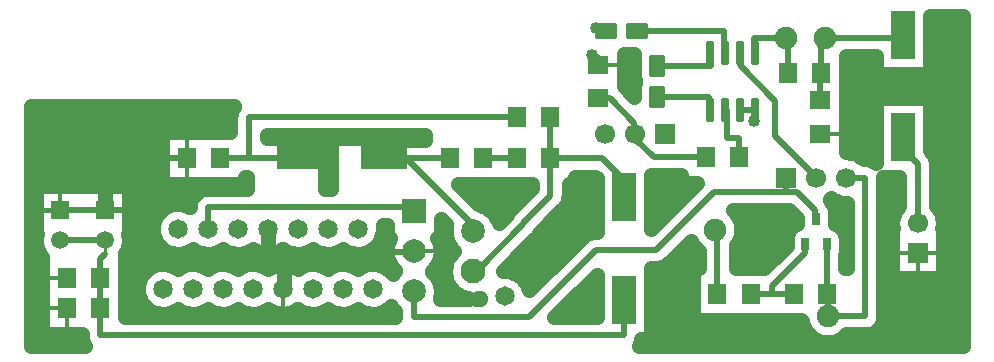
<source format=gbr>
G04 DipTrace 4.2.0.1*
G04 1 - Top.gbr*
%MOIN*%
G04 #@! TF.FileFunction,Copper,L1,Top*
G04 #@! TF.Part,Single*
%AMOUTLINE0*
4,1,28,
-0.012008,-0.018335,
-0.012008,0.018335,
-0.011901,0.019143,
-0.01159,0.019896,
-0.011093,0.020542,
-0.010447,0.021038,
-0.009694,0.02135,
-0.008886,0.021457,
0.008886,0.021457,
0.009694,0.02135,
0.010447,0.021038,
0.011093,0.020542,
0.01159,0.019896,
0.011901,0.019143,
0.012008,0.018335,
0.012008,-0.018335,
0.011901,-0.019143,
0.01159,-0.019896,
0.011093,-0.020542,
0.010447,-0.021038,
0.009694,-0.02135,
0.008886,-0.021457,
-0.008886,-0.021457,
-0.009694,-0.02135,
-0.010447,-0.021038,
-0.011093,-0.020542,
-0.01159,-0.019896,
-0.011901,-0.019143,
-0.012008,-0.018335,
0*%
%AMOUTLINE3*
4,1,28,
-0.006299,0.040748,
0.006299,0.040748,
0.008031,0.04052,
0.009646,0.039851,
0.011032,0.038788,
0.012095,0.037402,
0.012764,0.035787,
0.012992,0.034055,
0.012992,-0.034055,
0.012764,-0.035787,
0.012095,-0.037402,
0.011032,-0.038788,
0.009646,-0.039851,
0.008031,-0.04052,
0.006299,-0.040748,
-0.006299,-0.040748,
-0.008031,-0.04052,
-0.009646,-0.039851,
-0.011032,-0.038788,
-0.012095,-0.037402,
-0.012764,-0.035787,
-0.012992,-0.034055,
-0.012992,0.034055,
-0.012764,0.035787,
-0.012095,0.037402,
-0.011032,0.038788,
-0.009646,0.039851,
-0.008031,0.04052,
-0.006299,0.040748,
0*%
%AMOUTLINE6*
4,1,28,
0.006299,-0.040748,
-0.006299,-0.040748,
-0.008031,-0.04052,
-0.009646,-0.039851,
-0.011032,-0.038788,
-0.012095,-0.037402,
-0.012764,-0.035787,
-0.012992,-0.034055,
-0.012992,0.034055,
-0.012764,0.035787,
-0.012095,0.037402,
-0.011032,0.038788,
-0.009646,0.039851,
-0.008031,0.04052,
-0.006299,0.040748,
0.006299,0.040748,
0.008031,0.04052,
0.009646,0.039851,
0.011032,0.038788,
0.012095,0.037402,
0.012764,0.035787,
0.012992,0.034055,
0.012992,-0.034055,
0.012764,-0.035787,
0.012095,-0.037402,
0.011032,-0.038788,
0.009646,-0.039851,
0.008031,-0.04052,
0.006299,-0.040748,
0*%
%AMOUTLINE9*
4,1,28,
0.028874,-0.025984,
-0.028874,-0.025984,
-0.030623,-0.025754,
-0.032252,-0.025079,
-0.033651,-0.024005,
-0.034725,-0.022606,
-0.0354,-0.020977,
-0.03563,-0.019228,
-0.03563,0.019228,
-0.0354,0.020977,
-0.034725,0.022606,
-0.033651,0.024005,
-0.032252,0.025079,
-0.030623,0.025754,
-0.028874,0.025984,
0.028874,0.025984,
0.030623,0.025754,
0.032252,0.025079,
0.033651,0.024005,
0.034725,0.022606,
0.0354,0.020977,
0.03563,0.019228,
0.03563,-0.019228,
0.0354,-0.020977,
0.034725,-0.022606,
0.033651,-0.024005,
0.032252,-0.025079,
0.030623,-0.025754,
0.028874,-0.025984,
0*%
%AMOUTLINE12*
4,1,28,
-0.025984,-0.028874,
-0.025984,0.028874,
-0.025754,0.030623,
-0.025079,0.032252,
-0.024005,0.033651,
-0.022606,0.034725,
-0.020977,0.0354,
-0.019228,0.03563,
0.019228,0.03563,
0.020977,0.0354,
0.022606,0.034725,
0.024005,0.033651,
0.025079,0.032252,
0.025754,0.030623,
0.025984,0.028874,
0.025984,-0.028874,
0.025754,-0.030623,
0.025079,-0.032252,
0.024005,-0.033651,
0.022606,-0.034725,
0.020977,-0.0354,
0.019228,-0.03563,
-0.019228,-0.03563,
-0.020977,-0.0354,
-0.022606,-0.034725,
-0.024005,-0.033651,
-0.025079,-0.032252,
-0.025754,-0.030623,
-0.025984,-0.028874,
0*%
G04 #@! TA.AperFunction,Conductor*
%ADD15C,0.02*%
%ADD16C,0.01*%
G04 #@! TA.AperFunction,CopperBalancing*
%ADD17C,0.05*%
G04 #@! TA.AperFunction,ViaPad*
%ADD18C,0.04*%
G04 #@! TA.AperFunction,CopperBalancing*
%ADD19C,0.013*%
G04 #@! TA.AperFunction,ComponentPad*
%ADD20R,0.059055X0.059055*%
%ADD21C,0.059055*%
%ADD22C,0.065*%
%ADD24C,0.079134*%
%ADD25R,0.079134X0.079134*%
%ADD26C,0.082677*%
%ADD27R,0.07874X0.161417*%
%ADD28R,0.062992X0.070866*%
%ADD29R,0.15748X0.07874*%
G04 #@! TA.AperFunction,ComponentPad*
%ADD30C,0.075*%
%ADD31R,0.066929X0.066929*%
%ADD32C,0.066929*%
%ADD33R,0.070866X0.062992*%
%ADD72OUTLINE0*%
%ADD75OUTLINE3*%
%ADD78OUTLINE6*%
%ADD81OUTLINE9*%
%ADD84OUTLINE12*%
%FSLAX26Y26*%
G04*
G70*
G90*
G75*
G01*
G04 Top*
%LPD*%
X514507Y770331D2*
D15*
X664507D1*
X648818Y543700D2*
Y454415D1*
X2393700D1*
Y572440D1*
X648818Y643700D2*
Y543700D1*
X664507Y770331D2*
D16*
Y725335D1*
D15*
X648818Y709646D1*
Y643700D1*
X514507Y870331D2*
X664507D1*
X538582Y543700D2*
D16*
X418700D1*
Y643700D1*
Y868700D1*
X514507D1*
Y870331D1*
X538582Y643700D2*
X418700D1*
X938582Y1043700D2*
D15*
X776074D1*
X664507Y932133D1*
D17*
Y870331D1*
D15*
X736242D1*
X872881Y733692D1*
X1207451D1*
D16*
X1213919Y733444D1*
X1260965Y731638D1*
D17*
Y633464D1*
D16*
X1257451Y629949D1*
Y608600D1*
X1260965Y731638D2*
D15*
X1563985D1*
X1693700D1*
D16*
Y734842D1*
X1207451Y733692D2*
D17*
Y808600D1*
X2779947Y1203426D2*
D15*
X2829947D1*
X1563985Y719581D2*
Y731638D1*
X2301204Y1477196D2*
D16*
X2334569D1*
Y1467440D1*
X2286634Y1386865D2*
X2307031D1*
Y1354016D1*
X3446368Y474813D2*
X3373564D1*
Y728301D1*
X2907296Y871104D2*
X2895640D1*
Y702098D1*
X2829947Y1203426D2*
X2828620D1*
Y1168322D1*
X3071460Y756938D2*
D15*
X3070869D1*
Y590356D1*
X3073275D1*
Y519389D1*
X3135436Y979594D2*
X3198730D1*
Y517507D1*
X3073275D1*
Y519389D1*
X2038582Y1043700D2*
X1923818D1*
X1693700Y868700D2*
Y881746D1*
X1007451D1*
Y808600D1*
X2037465Y1181495D2*
X1143700D1*
Y1043700D1*
X1048818D1*
X1143700D2*
X1313876D1*
Y1047838D1*
X1593403D2*
D16*
X1664562D1*
D15*
X1890550Y821850D1*
D16*
Y801771D1*
X1813582Y1043700D2*
D15*
X1593403D1*
Y1047838D1*
X2147701Y1181495D2*
X2148818Y1043700D1*
X2322756D1*
X2391466Y974990D1*
Y914960D1*
X2393700D1*
X1890550Y667913D2*
X1903728D1*
X2059283Y823468D1*
Y829296D1*
X2149613Y919627D1*
Y1043700D1*
X2148818D1*
X3035436Y841190D2*
X3032480D1*
Y870091D1*
X2971288Y931283D1*
X2935436D1*
X2694469D1*
X2502151Y738965D1*
X2300190D1*
X2076833Y515608D1*
X1693700D1*
Y600983D1*
X2935436Y979594D2*
Y931283D1*
X2697804Y806365D2*
X2706369D1*
Y590356D1*
X2999413Y756938D2*
Y729209D1*
X2889699Y619495D1*
Y590356D1*
X2960633D1*
X2816606D1*
X2679947Y1394371D2*
X2685882D1*
Y1350079D1*
X2505220D1*
X2679947Y1203426D2*
X2677141D1*
Y1247717D1*
X2505220D1*
X2729947Y1394371D2*
X2726676D1*
Y1467440D1*
X2436931D1*
X2779947Y1394371D2*
Y1353949D1*
X2898554Y1235342D1*
Y1118787D1*
X3029680Y987661D1*
Y979594D1*
X3035436D1*
X2729947Y1203426D2*
X2738289D1*
Y1111944D1*
X2778838D1*
Y1047838D1*
X2668602D2*
X2493522D1*
X2432372Y1108987D1*
Y1124504D1*
X2307031Y1243780D2*
X2348130D1*
X2429415Y1162495D1*
Y1124504D1*
X2432372D1*
X3323985Y1113619D2*
Y1075077D1*
X3373564Y1025498D1*
Y828301D1*
X3064865Y1445524D2*
X3323985D1*
Y1456138D1*
X3064865Y1445524D2*
X3052745D1*
Y1328587D1*
X3048808D1*
Y1236613D1*
X2829947Y1394371D2*
X2828620D1*
Y1445524D1*
X2933140D1*
X2942508D1*
Y1328587D1*
D18*
X1785441Y652561D3*
X2301204Y1477196D3*
X2286634Y1386865D3*
X2828620Y1168322D3*
X1042396Y1206204D3*
X2560541Y445674D3*
X3446368Y474813D3*
X3478422Y1025541D3*
X2907296Y871104D3*
X2895640Y702098D3*
X2414846Y1337329D3*
X1563985Y719581D3*
X462528Y1200376D3*
X453787Y445674D3*
X2150008Y762728D3*
X3419195Y1468831D2*
D17*
X3518696D1*
X3419195Y1418962D2*
X3518696D1*
X2398291Y1369094D2*
X2423403D1*
X3140070D2*
X3228788D1*
X3419195D2*
X3518696D1*
X2398291Y1319225D2*
X2423439D1*
X3140070D2*
X3518696D1*
X3140070Y1269356D2*
X3518696D1*
X3140070Y1219487D2*
X3228788D1*
X3419195D2*
X3518696D1*
X423709Y1169619D2*
X1077872D1*
X3140070D2*
X3228788D1*
X3419195D2*
X3518696D1*
X423709Y1119750D2*
X851245D1*
X1209537D2*
X1726245D1*
X3140070D2*
X3228788D1*
X3419195D2*
X3518696D1*
X423709Y1069881D2*
X851245D1*
X3140070D2*
X3228788D1*
X3420218D2*
X3518696D1*
X423709Y1020012D2*
X851245D1*
X3439398D2*
X3518696D1*
X423709Y970144D2*
X851245D1*
X2236148D2*
X2298490D1*
X2488898D2*
X2581275D1*
X3264570D2*
X3307733D1*
X3439398D2*
X3518696D1*
X749860Y920275D2*
X955381D1*
X1883154D2*
X2059233D1*
X2215443D2*
X2298490D1*
X2488898D2*
X2592435D1*
X3264570D2*
X3307733D1*
X3439398D2*
X3518696D1*
X749860Y870406D2*
X846562D1*
X1954385D2*
X2009443D1*
X2191418D2*
X2298490D1*
X2488898D2*
X2542556D1*
X2763645D2*
X2941140D1*
X3102176D2*
X3132905D1*
X3264570D2*
X3295532D1*
X3451599D2*
X3518696D1*
X749860Y820537D2*
X819972D1*
X2141557D2*
X2298490D1*
X2789983D2*
X2956158D1*
X3114718D2*
X3132905D1*
X3264570D2*
X3284624D1*
X3462507D2*
X3518696D1*
X749860Y770669D2*
X828243D1*
X1586644D2*
X1605710D1*
X1781692D2*
X1800669D1*
X2097508D2*
X2240860D1*
X2783596D2*
X2931577D1*
X3264570D2*
X3284264D1*
X3462867D2*
X3518696D1*
X423709Y720800D2*
X446220D1*
X736153D2*
X1599394D1*
X1788008D2*
X1810053D1*
X2047648D2*
X2190999D1*
X2575020D2*
X2640539D1*
X2772204D2*
X2899981D1*
X3264570D2*
X3284264D1*
X3462867D2*
X3518696D1*
X423709Y670931D2*
X451243D1*
X736153D2*
X797132D1*
X1762638D2*
X1793420D1*
X1997768D2*
X2141120D1*
X2488898D2*
X2619044D1*
X3264570D2*
X3284264D1*
X3462867D2*
X3518696D1*
X423709Y621062D2*
X451243D1*
X736153D2*
X770057D1*
X1786842D2*
X1806176D1*
X2273323D2*
X2298490D1*
X2488898D2*
X2619044D1*
X3264570D2*
X3518696D1*
X423709Y571193D2*
X451243D1*
X736153D2*
X777987D1*
X2223444D2*
X2298490D1*
X2488898D2*
X2619044D1*
X3264570D2*
X3518696D1*
X423709Y521325D2*
X451243D1*
X736153D2*
X1627868D1*
X2173583D2*
X2298490D1*
X2488898D2*
X2619044D1*
X3264570D2*
X3518696D1*
X423709Y471456D2*
X451243D1*
X2488898D2*
X2994069D1*
X3243470D2*
X3518696D1*
X423709Y421587D2*
X592609D1*
X2449910D2*
X3518696D1*
X588096Y450733D2*
X589343Y441632D1*
X591943Y432830D1*
X595838Y424519D1*
X599579Y418700D1*
X418700Y418696D1*
X418699Y1218700D1*
X1093815D1*
X1093630Y1216046D1*
X1089003Y1208121D1*
X1085620Y1199590D1*
X1083558Y1190646D1*
X1082867Y1181495D1*
X1082871Y1129966D1*
X856252D1*
Y957434D1*
X1131148D1*
X1131153Y982867D1*
X1138466Y982876D1*
X1138460Y942579D1*
X1016481D1*
X1003759Y942468D1*
X994667Y941221D1*
X985865Y938621D1*
X977554Y934726D1*
X969924Y929627D1*
X963149Y923436D1*
X957381Y916297D1*
X952754Y908372D1*
X949371Y899840D1*
X947309Y890897D1*
X946624Y882062D1*
X945079Y882955D1*
X936671Y886642D1*
X927909Y889384D1*
X918897Y891144D1*
X909747Y891902D1*
X900570Y891649D1*
X891476Y890388D1*
X882575Y888134D1*
X873977Y884915D1*
X865784Y880770D1*
X858098Y875747D1*
X851011Y869911D1*
X844608Y863330D1*
X838969Y856085D1*
X834162Y848263D1*
X830243Y839960D1*
X827262Y831276D1*
X825254Y822317D1*
X824243Y813191D1*
Y804010D1*
X825254Y794885D1*
X827262Y785926D1*
X830243Y777242D1*
X834161Y768939D1*
X838969Y761116D1*
X844608Y753871D1*
X851010Y747291D1*
X858098Y741453D1*
X865784Y736432D1*
X873976Y732287D1*
X882574Y729066D1*
X891474Y726813D1*
X900569Y725552D1*
X909746Y725298D1*
X918897Y726057D1*
X927907Y727817D1*
X936670Y730557D1*
X945078Y734246D1*
X953029Y738836D1*
X957481Y741961D1*
X958098Y741453D1*
X965784Y736432D1*
X973976Y732287D1*
X982574Y729066D1*
X991474Y726813D1*
X1000569Y725552D1*
X1009746Y725298D1*
X1018897Y726057D1*
X1027907Y727817D1*
X1036670Y730557D1*
X1045078Y734246D1*
X1053029Y738836D1*
X1057481Y741961D1*
X1058098Y741453D1*
X1065784Y736432D1*
X1073976Y732287D1*
X1082574Y729066D1*
X1091474Y726813D1*
X1100569Y725552D1*
X1109746Y725298D1*
X1118897Y726057D1*
X1127907Y727817D1*
X1136670Y730557D1*
X1145078Y734246D1*
X1153029Y738836D1*
X1157459Y741941D1*
X1158098Y741453D1*
X1160598Y739686D1*
X1163161Y738011D1*
X1165784Y736431D1*
X1168464Y734949D1*
X1171195Y733567D1*
X1173976Y732285D1*
X1176802Y731108D1*
X1179670Y730035D1*
X1182574Y729066D1*
X1185512Y728207D1*
X1188481Y727455D1*
X1191474Y726813D1*
X1194490Y726281D1*
X1197523Y725860D1*
X1200569Y725552D1*
X1203624Y725355D1*
X1206686Y725271D1*
X1209747Y725298D1*
X1212805Y725439D1*
X1215856Y725692D1*
X1218897Y726057D1*
X1221922Y726533D1*
X1224926Y727120D1*
X1227907Y727817D1*
X1230861Y728623D1*
X1233784Y729537D1*
X1236670Y730557D1*
X1239518Y731684D1*
X1242322Y732914D1*
X1245078Y734246D1*
X1247784Y735678D1*
X1250436Y737209D1*
X1253029Y738836D1*
X1255562Y740558D1*
X1257481Y741961D1*
X1258098Y741453D1*
X1265784Y736432D1*
X1273976Y732287D1*
X1282574Y729066D1*
X1291474Y726813D1*
X1300569Y725552D1*
X1309746Y725298D1*
X1318897Y726057D1*
X1327907Y727817D1*
X1336670Y730557D1*
X1345078Y734246D1*
X1353029Y738836D1*
X1357481Y741961D1*
X1358098Y741453D1*
X1365784Y736432D1*
X1373976Y732287D1*
X1382574Y729066D1*
X1391474Y726813D1*
X1400569Y725552D1*
X1409746Y725298D1*
X1418897Y726057D1*
X1427907Y727817D1*
X1436670Y730557D1*
X1445078Y734246D1*
X1453029Y738836D1*
X1457481Y741961D1*
X1458098Y741453D1*
X1465784Y736432D1*
X1473976Y732287D1*
X1482574Y729066D1*
X1491474Y726813D1*
X1500569Y725552D1*
X1509746Y725298D1*
X1518897Y726057D1*
X1527907Y727817D1*
X1536670Y730557D1*
X1545078Y734246D1*
X1553029Y738836D1*
X1560427Y744273D1*
X1567182Y750491D1*
X1573212Y757415D1*
X1578444Y764961D1*
X1582814Y773035D1*
X1586268Y781541D1*
X1588767Y790376D1*
X1590279Y799432D1*
X1590784Y808600D1*
X1590279Y817767D1*
X1589873Y820913D1*
X1603300Y820922D1*
Y778300D1*
X1614443Y778301D1*
X1614039Y777575D1*
X1612633Y774846D1*
X1611321Y772070D1*
X1610104Y769251D1*
X1608985Y766393D1*
X1607962Y763498D1*
X1607039Y760570D1*
X1606214Y757612D1*
X1605491Y754629D1*
X1604871Y751623D1*
X1604352Y748596D1*
X1603936Y745554D1*
X1603625Y742501D1*
X1603417Y739438D1*
X1603313Y736369D1*
Y733298D1*
X1603418Y730230D1*
X1603627Y727167D1*
X1603939Y724113D1*
X1604355Y721071D1*
X1604873Y718045D1*
X1605495Y715039D1*
X1606218Y712054D1*
X1607043Y709098D1*
X1607968Y706170D1*
X1608990Y703275D1*
X1610111Y700417D1*
X1611329Y697599D1*
X1612640Y694823D1*
X1614046Y692094D1*
X1615544Y689413D1*
X1617130Y686785D1*
X1618808Y684213D1*
X1620570Y681699D1*
X1622417Y679246D1*
X1624346Y676857D1*
X1626354Y674536D1*
X1628440Y672284D1*
X1630603Y670104D1*
X1632990Y667867D1*
X1631636Y666712D1*
X1625304Y660095D1*
X1624035Y658598D1*
X1623213Y659784D1*
X1617183Y666708D1*
X1610428Y672927D1*
X1603029Y678364D1*
X1595079Y682955D1*
X1586671Y686642D1*
X1577909Y689384D1*
X1568897Y691144D1*
X1559747Y691902D1*
X1550570Y691649D1*
X1541476Y690388D1*
X1532575Y688134D1*
X1523977Y684915D1*
X1515784Y680770D1*
X1508098Y675747D1*
X1507343Y675193D1*
X1503029Y678364D1*
X1495079Y682955D1*
X1486671Y686642D1*
X1477909Y689384D1*
X1468897Y691144D1*
X1459747Y691902D1*
X1450570Y691649D1*
X1441476Y690388D1*
X1432575Y688134D1*
X1423977Y684915D1*
X1415784Y680770D1*
X1408098Y675747D1*
X1407343Y675193D1*
X1403029Y678364D1*
X1395079Y682955D1*
X1386671Y686642D1*
X1377909Y689384D1*
X1368897Y691144D1*
X1359747Y691902D1*
X1350570Y691649D1*
X1341476Y690388D1*
X1332575Y688134D1*
X1323977Y684915D1*
X1315784Y680770D1*
X1308098Y675747D1*
X1307444Y675259D1*
X1305562Y676642D1*
X1303029Y678364D1*
X1300436Y679991D1*
X1297784Y681523D1*
X1295078Y682955D1*
X1292322Y684287D1*
X1289518Y685516D1*
X1286671Y686642D1*
X1283784Y687663D1*
X1280861Y688578D1*
X1277907Y689384D1*
X1274927Y690081D1*
X1271922Y690667D1*
X1268897Y691144D1*
X1265857Y691508D1*
X1262805Y691762D1*
X1259747Y691902D1*
X1256686Y691930D1*
X1253625Y691846D1*
X1250569Y691649D1*
X1247523Y691340D1*
X1244490Y690919D1*
X1241474Y690388D1*
X1238481Y689746D1*
X1235514Y688994D1*
X1232574Y688134D1*
X1229670Y687166D1*
X1226802Y686092D1*
X1223976Y684915D1*
X1221195Y683633D1*
X1218464Y682251D1*
X1215784Y680770D1*
X1213161Y679190D1*
X1210598Y677515D1*
X1207343Y675193D1*
X1203029Y678364D1*
X1195079Y682955D1*
X1186671Y686642D1*
X1177909Y689384D1*
X1168897Y691144D1*
X1159747Y691902D1*
X1150570Y691649D1*
X1141476Y690388D1*
X1132575Y688134D1*
X1123977Y684915D1*
X1115784Y680770D1*
X1108098Y675747D1*
X1107343Y675193D1*
X1103029Y678364D1*
X1095079Y682955D1*
X1086671Y686642D1*
X1077909Y689384D1*
X1068897Y691144D1*
X1059747Y691902D1*
X1050570Y691649D1*
X1041476Y690388D1*
X1032575Y688134D1*
X1023977Y684915D1*
X1015784Y680770D1*
X1008098Y675747D1*
X1007343Y675193D1*
X1003029Y678364D1*
X995079Y682955D1*
X986671Y686642D1*
X977909Y689384D1*
X968897Y691144D1*
X959747Y691902D1*
X950570Y691649D1*
X941476Y690388D1*
X932575Y688134D1*
X923977Y684915D1*
X915784Y680770D1*
X908098Y675747D1*
X907343Y675193D1*
X903029Y678364D1*
X895079Y682955D1*
X886671Y686642D1*
X877909Y689384D1*
X868897Y691144D1*
X859747Y691902D1*
X850570Y691649D1*
X841476Y690388D1*
X832575Y688134D1*
X823977Y684915D1*
X815784Y680770D1*
X808098Y675747D1*
X801011Y669911D1*
X794608Y663330D1*
X788969Y656085D1*
X784162Y648263D1*
X780243Y639960D1*
X777262Y631276D1*
X775254Y622317D1*
X774243Y613191D1*
Y604010D1*
X775254Y594885D1*
X777262Y585926D1*
X780243Y577242D1*
X784161Y568939D1*
X788969Y561116D1*
X794608Y553871D1*
X801010Y547291D1*
X808098Y541453D1*
X815784Y536432D1*
X823976Y532287D1*
X832574Y529066D1*
X841474Y526813D1*
X850569Y525552D1*
X859746Y525298D1*
X868897Y526057D1*
X877907Y527817D1*
X886670Y530557D1*
X895078Y534246D1*
X903029Y538836D1*
X907481Y541961D1*
X908098Y541453D1*
X915784Y536432D1*
X923976Y532287D1*
X932574Y529066D1*
X941474Y526813D1*
X950569Y525552D1*
X959746Y525298D1*
X968897Y526057D1*
X977907Y527817D1*
X986670Y530557D1*
X995078Y534246D1*
X1003029Y538836D1*
X1007481Y541961D1*
X1008098Y541453D1*
X1015784Y536432D1*
X1023976Y532287D1*
X1032574Y529066D1*
X1041474Y526813D1*
X1050569Y525552D1*
X1059746Y525298D1*
X1068897Y526057D1*
X1077907Y527817D1*
X1086670Y530557D1*
X1095078Y534246D1*
X1103029Y538836D1*
X1107481Y541961D1*
X1108098Y541453D1*
X1115784Y536432D1*
X1123976Y532287D1*
X1132574Y529066D1*
X1141474Y526813D1*
X1150569Y525552D1*
X1159746Y525298D1*
X1168897Y526057D1*
X1177907Y527817D1*
X1186670Y530557D1*
X1195078Y534246D1*
X1203029Y538836D1*
X1207459Y541941D1*
X1208098Y541453D1*
X1210598Y539686D1*
X1213161Y538011D1*
X1215784Y536431D1*
X1218464Y534949D1*
X1221195Y533567D1*
X1223976Y532285D1*
X1226802Y531108D1*
X1229670Y530035D1*
X1232574Y529066D1*
X1235512Y528207D1*
X1238481Y527455D1*
X1241474Y526813D1*
X1244490Y526281D1*
X1247523Y525860D1*
X1250569Y525552D1*
X1253624Y525355D1*
X1256686Y525271D1*
X1259747Y525298D1*
X1262805Y525439D1*
X1265856Y525692D1*
X1268897Y526057D1*
X1271922Y526533D1*
X1274926Y527120D1*
X1277907Y527817D1*
X1280861Y528623D1*
X1283784Y529537D1*
X1286670Y530557D1*
X1289518Y531684D1*
X1292322Y532914D1*
X1295078Y534246D1*
X1297784Y535678D1*
X1300436Y537209D1*
X1303029Y538836D1*
X1305562Y540558D1*
X1307481Y541961D1*
X1308098Y541453D1*
X1315784Y536432D1*
X1323976Y532287D1*
X1332574Y529066D1*
X1341474Y526813D1*
X1350569Y525552D1*
X1359746Y525298D1*
X1368897Y526057D1*
X1377907Y527817D1*
X1386670Y530557D1*
X1395078Y534246D1*
X1403029Y538836D1*
X1407481Y541961D1*
X1408098Y541453D1*
X1415784Y536432D1*
X1423976Y532287D1*
X1432574Y529066D1*
X1441474Y526813D1*
X1450569Y525552D1*
X1459746Y525298D1*
X1468897Y526057D1*
X1477907Y527817D1*
X1486670Y530557D1*
X1495078Y534246D1*
X1503029Y538836D1*
X1507481Y541961D1*
X1508098Y541453D1*
X1515784Y536432D1*
X1523976Y532287D1*
X1532574Y529066D1*
X1541474Y526813D1*
X1550569Y525552D1*
X1559746Y525298D1*
X1568897Y526057D1*
X1577907Y527817D1*
X1586670Y530557D1*
X1595078Y534246D1*
X1603029Y538836D1*
X1610427Y544273D1*
X1617182Y550491D1*
X1618150Y551497D1*
X1619331Y549587D1*
X1624913Y542327D1*
X1631200Y535670D1*
X1632867Y534112D1*
X1632876Y515249D1*
X731148Y515254D1*
X731144Y725553D1*
X732108Y726880D1*
X736620Y734869D1*
X740192Y743321D1*
X742779Y752124D1*
X744343Y761165D1*
X744868Y770331D1*
X744344Y779486D1*
X742781Y788527D1*
X742431Y789970D1*
X744868D1*
Y950692D1*
X434146D1*
Y789970D1*
X436703Y789966D1*
X435325Y784040D1*
X434277Y774924D1*
Y765750D1*
X435322Y756634D1*
X437399Y747696D1*
X440482Y739054D1*
X444531Y730821D1*
X449490Y723102D1*
X455298Y715998D1*
X456255Y715067D1*
X456252Y506427D1*
Y457434D1*
X587978D1*
X588096Y450733D1*
X1828487Y736062D2*
X1828250Y736267D1*
X1821943Y742906D1*
X1816339Y750149D1*
X1811497Y757922D1*
X1807466Y766144D1*
X1804288Y774733D1*
X1801995Y783598D1*
X1800611Y792650D1*
X1800150Y801796D1*
X1800616Y810941D1*
X1802006Y819993D1*
X1802906Y823464D1*
X1784102Y842267D1*
X1784100Y778300D1*
X1772968D1*
X1774663Y775054D1*
X1775982Y772283D1*
X1777207Y769466D1*
X1778334Y766611D1*
X1779364Y763718D1*
X1780296Y760793D1*
X1781127Y757838D1*
X1781857Y754856D1*
X1782486Y751851D1*
X1783012Y748826D1*
X1783435Y745785D1*
X1783755Y742731D1*
X1783972Y739670D1*
X1784083Y736602D1*
X1784100Y734842D1*
X1784048Y731780D1*
X1783893Y728714D1*
X1783632Y725655D1*
X1783268Y722607D1*
X1782801Y719573D1*
X1782231Y716556D1*
X1781560Y713560D1*
X1780787Y710588D1*
X1779913Y707645D1*
X1778939Y704734D1*
X1777868Y701856D1*
X1776699Y699018D1*
X1775435Y696220D1*
X1774077Y693466D1*
X1772625Y690762D1*
X1771082Y688107D1*
X1769451Y685506D1*
X1767731Y682962D1*
X1765927Y680478D1*
X1764040Y678057D1*
X1762071Y675701D1*
X1760023Y673414D1*
X1757899Y671197D1*
X1755701Y669053D1*
X1754457Y667920D1*
X1756200Y666297D1*
X1762487Y659640D1*
X1768069Y652380D1*
X1772886Y644592D1*
X1776892Y636357D1*
X1780044Y627759D1*
X1782310Y618886D1*
X1783666Y609830D1*
X1784100Y600983D1*
X1783634Y591813D1*
X1782245Y582762D1*
X1780604Y576434D1*
X1868176Y576441D1*
X1879127Y576452D1*
X1874585Y577134D1*
X1870083Y578043D1*
X1865632Y579172D1*
X1861242Y580524D1*
X1856926Y582092D1*
X1852692Y583875D1*
X1848553Y585864D1*
X1840592Y590453D1*
X1833129Y595813D1*
X1826235Y601889D1*
X1819981Y608620D1*
X1814428Y615941D1*
X1809632Y623779D1*
X1805640Y632056D1*
X1802491Y640688D1*
X1800218Y649591D1*
X1798843Y658676D1*
X1798378Y667854D1*
X1798831Y677031D1*
X1800195Y686119D1*
X1802456Y695024D1*
X1805594Y703661D1*
X1809575Y711941D1*
X1814361Y719785D1*
X1819905Y727115D1*
X1826150Y733854D1*
X1828550Y735976D1*
X1908092Y890336D2*
X1913234Y889279D1*
X1921970Y886535D1*
X1930385Y882922D1*
X1938390Y878476D1*
X1945905Y873242D1*
X1952851Y867275D1*
X1959158Y860636D1*
X1964762Y853393D1*
X1969604Y845620D1*
X1973634Y837398D1*
X1976813Y828809D1*
X1977178Y827398D1*
X2003623Y853839D1*
X2006279Y859150D1*
X2011373Y866784D1*
X2016267Y872312D1*
X2088773Y944818D1*
X2088780Y957439D1*
X2066489Y957443D1*
X2029048Y957434D1*
X1841489D1*
X1840998D1*
X1907949Y890482D1*
X1914010Y578802D2*
X1911075Y578056D1*
X1906574Y577145D1*
X1901859Y576441D1*
X1914225D1*
X1914352Y576461D1*
X1914094Y578798D1*
X2483903Y987768D2*
Y806751D1*
X2638730Y961575D1*
X2586272Y961571D1*
Y987004D1*
X2493549D1*
X2483903Y987768D1*
X2303497Y799791D2*
Y976932D1*
X2297556Y982869D1*
X2231140Y982867D1*
X2231148Y957434D1*
X2210452D1*
X2210447Y919627D1*
X2209755Y910476D1*
X2207693Y901532D1*
X2204310Y893001D1*
X2199683Y885075D1*
X2193909Y877930D1*
X2179682Y863663D1*
X2114945Y798927D1*
X2113980Y796842D1*
X2109352Y788917D1*
X2103578Y781771D1*
X2089321Y767474D1*
X1990090Y668243D1*
X1999397Y668502D1*
X2008546Y667743D1*
X2017558Y665983D1*
X2026321Y663242D1*
X2034729Y659554D1*
X2042679Y654964D1*
X2050078Y649527D1*
X2056833Y643308D1*
X2062863Y636384D1*
X2068094Y628839D1*
X2072464Y620764D1*
X2075918Y612258D1*
X2078417Y603423D1*
X2078445Y603255D1*
X2257174Y781981D1*
X2264134Y787962D1*
X2271915Y792829D1*
X2280340Y796469D1*
X2289217Y798801D1*
X2298352Y799770D1*
X2303497Y799791D1*
Y515241D2*
Y656249D1*
X2162501Y515245D1*
X2303498Y515249D1*
X1427180Y1112749D2*
X1677141D1*
Y1104540D1*
X1731252Y1104533D1*
Y1120662D1*
X1204525D1*
X1204533Y1112750D1*
X1397613Y1112749D1*
Y942577D1*
X1417998Y942579D1*
X1417994Y1112749D1*
X1427180D1*
X2936571Y752390D2*
Y775272D1*
X2937351Y784414D1*
X2939670Y793292D1*
X2943457Y801649D1*
X2948607Y809242D1*
X2954969Y815854D1*
X2962359Y821292D1*
X2970573Y825402D1*
X2972595Y827439D1*
Y830487D1*
X2971759Y837480D1*
X2971646Y841190D1*
Y844894D1*
X2946090Y870449D1*
X2758598D1*
X2763405Y865519D1*
X2769229Y858338D1*
X2774271Y850587D1*
X2778474Y842352D1*
X2781794Y833722D1*
X2784193Y824793D1*
X2785646Y815662D1*
X2786137Y806365D1*
X2785659Y797196D1*
X2784220Y788062D1*
X2781834Y779129D1*
X2778527Y770495D1*
X2774334Y762254D1*
X2769305Y754497D1*
X2767199Y751892D1*
X2767203Y676624D1*
X2788699Y676613D1*
X2826140Y676623D1*
X2860794D1*
X2936569Y752397D1*
X3089986Y889931D2*
X3086343Y898365D1*
X3081477Y906146D1*
X3079940Y908133D1*
X3082699Y909791D1*
X3085539Y911791D1*
X3088085Y909852D1*
X3095902Y905141D1*
X3104184Y901304D1*
X3112831Y898382D1*
X3121745Y896415D1*
X3130818Y895422D1*
X3137897Y895325D1*
X3137899Y676623D1*
X3131703Y676624D1*
Y720124D1*
X3131859Y722553D1*
X3133834Y731522D1*
X3134301Y738629D1*
Y775272D1*
X3134141Y779419D1*
X3132661Y788474D1*
X3129667Y797148D1*
X3125247Y805188D1*
X3119529Y812364D1*
X3112678Y818466D1*
X3104892Y823321D1*
X3098277Y826162D1*
Y859524D1*
X3098117Y863671D1*
X3096637Y872726D1*
X3093640Y881407D1*
X3089986Y889931D1*
X2428402Y1321252D2*
X2428419Y1380355D1*
X2429375Y1389491D1*
X2429599Y1390623D1*
X2406654Y1390640D1*
X2397519Y1391595D1*
X2393297Y1390414D1*
Y1284642D1*
X2428397Y1249545D1*
X2428402Y1276564D1*
X2428419Y1277994D1*
X2429373Y1287120D1*
X2431768Y1295987D1*
X2430884Y1304480D1*
X2428927Y1313453D1*
X2428402Y1321252D1*
X587985Y454445D2*
Y457428D1*
Y454445D1*
X3259315Y512031D2*
X3257801Y502970D1*
X3254941Y494249D1*
X3250804Y486057D1*
X3245480Y478582D1*
X3239092Y471991D1*
X3231785Y466438D1*
X3223726Y462046D1*
X3215099Y458918D1*
X3206099Y457121D1*
X3198730Y456674D1*
X3135306Y456669D1*
X3132428Y453788D1*
X3125247Y447964D1*
X3117497Y442922D1*
X3109262Y438718D1*
X3100632Y435398D1*
X3091703Y432999D1*
X3082571Y431546D1*
X3073339Y431056D1*
X3064106Y431533D1*
X3054972Y432973D1*
X3046039Y435359D1*
X3037405Y438666D1*
X3029163Y442859D1*
X3021406Y447888D1*
X3014216Y453701D1*
X3007674Y460235D1*
X3001850Y467417D1*
X2996808Y475167D1*
X2992604Y483402D1*
X2989284Y492032D1*
X2986885Y500961D1*
X2986302Y504087D1*
X2878304Y504099D1*
X2853003Y504090D1*
X2624040D1*
Y676623D1*
X2645544D1*
X2645536Y735151D1*
X2638745Y740678D1*
X2632203Y747212D1*
X2626378Y754393D1*
X2621336Y762144D1*
X2617966Y768746D1*
X2545187Y695969D1*
X2542514Y693449D1*
X2535207Y687896D1*
X2527149Y683504D1*
X2518520Y680376D1*
X2509520Y678579D1*
X2502151Y678132D1*
X2483903Y678137D1*
Y440898D1*
X2453016D1*
X2451780Y436321D1*
X2448397Y427789D1*
X2443763Y419857D1*
X2451428Y418700D1*
X3523692D1*
X3523700Y494691D1*
Y1518709D1*
X3466008Y1518700D1*
X3414182D1*
X3414188Y1339649D1*
Y1324596D1*
X3233781D1*
Y1384693D1*
X3135067Y1384691D1*
X3135074Y1217893D1*
Y1063893D1*
X3140054Y1063766D1*
X3149128Y1062772D1*
X3158041Y1060805D1*
X3166688Y1057884D1*
X3174970Y1054046D1*
X3182788Y1049335D1*
X3190050Y1043808D1*
X3193615Y1040427D1*
X3198703D1*
X3204216Y1040179D1*
X3213267Y1038665D1*
X3221989Y1035805D1*
X3230187Y1031662D1*
X3233781Y1029309D1*
Y1245161D1*
X3414188D1*
Y1070898D1*
X3416560Y1068533D1*
X3419079Y1065860D1*
X3424633Y1058553D1*
X3429024Y1050494D1*
X3432153Y1041867D1*
X3433949Y1032867D1*
X3434397Y1025498D1*
X3434393Y886620D1*
X3434801Y886233D1*
X3440705Y879272D1*
X3445823Y871714D1*
X3450092Y863648D1*
X3453466Y855166D1*
X3455902Y846369D1*
X3457373Y837361D1*
X3457861Y828301D1*
X3457361Y819133D1*
X3456285Y812598D1*
X3457861Y812599D1*
Y644003D1*
X3289266D1*
Y812599D1*
X3290739D1*
X3289754Y819241D1*
X3289266Y828355D1*
X3289766Y837469D1*
X3291249Y846476D1*
X3293696Y855270D1*
X3297079Y863746D1*
X3301360Y871808D1*
X3306487Y879359D1*
X3312401Y886312D1*
X3312731Y886624D1*
X3312730Y982085D1*
X3259519Y982077D1*
X3259564Y979594D1*
Y517536D1*
X3259315Y512031D1*
X664507Y950657D2*
D19*
Y870331D1*
X744833D1*
X1207451Y808600D2*
Y725302D1*
X1257451Y691898D2*
Y525302D1*
X514507Y950657D2*
Y870331D1*
X434182D2*
X514507D1*
X1603335Y734842D2*
X1784065D1*
X456226Y643700D2*
X538582D1*
X456226Y543700D2*
X538582D1*
Y457469D2*
Y543700D1*
X856226Y1043700D2*
X938582D1*
Y957469D2*
Y1129931D1*
X3289301Y728301D2*
X3457826D1*
X3373564Y644039D2*
Y728301D1*
X3135039Y1126377D2*
X3048808D1*
X2393262Y1354016D2*
X2307031D1*
D20*
X664507Y870331D3*
D21*
Y770331D3*
D22*
X857451Y608600D3*
X907451Y808600D3*
X957451Y608600D3*
X1007451Y808600D3*
X1057451Y608600D3*
X1107451Y808600D3*
X1157451Y608600D3*
X1207451Y808600D3*
X1257451Y608600D3*
X1307451Y808600D3*
X1357451Y608600D3*
X1407451Y808600D3*
X1457451Y608600D3*
X1507451Y808600D3*
X1557451Y608600D3*
D20*
X514507Y870331D3*
D21*
Y770331D3*
D24*
X1890550Y801771D3*
D25*
X1693700Y868700D3*
D26*
X1890550Y667913D3*
D24*
X1693700Y734842D3*
Y600983D3*
D27*
X2393700Y914960D3*
Y572440D3*
D28*
X538582Y643700D3*
X648818D3*
X538582Y543700D3*
X648818D3*
X2037465Y1181495D3*
X2147701D3*
X938582Y1043700D3*
X1048818D3*
D29*
X1593403Y1047838D3*
X1313876D3*
D28*
X1813582Y1043700D3*
X1923818D3*
X2038582D3*
X2148818D3*
D72*
X2999413Y756938D3*
X3035436Y841190D3*
X3071460Y756938D3*
D28*
X2706369Y590356D3*
X2816606D3*
X2960633D3*
X3070869D3*
D30*
X3073275Y519389D3*
X2697804Y806365D3*
D75*
X2679947Y1203426D3*
X2729947D3*
X2779947D3*
X2829947D3*
D78*
Y1394371D3*
X2779947D3*
X2729947D3*
X2679947D3*
D81*
X2436931Y1467440D3*
X2334569D3*
D84*
X2505220Y1247717D3*
Y1350079D3*
D31*
X2935436Y979594D3*
D32*
X3035436D3*
X3135436D3*
D31*
X2532372Y1124504D3*
D32*
X2432372D3*
X2332372D3*
D31*
X3373564Y728301D3*
D32*
Y828301D3*
D28*
X2668602Y1047838D3*
X2778838D3*
D22*
X1997100Y585200D3*
D27*
X3323985Y1456138D3*
Y1113619D3*
D30*
X2933140Y1445524D3*
X3064865D3*
D28*
X2942508Y1328587D3*
X3052745D3*
D33*
X3048808Y1126377D3*
Y1236613D3*
X2307031Y1243780D3*
Y1354016D3*
M02*

</source>
